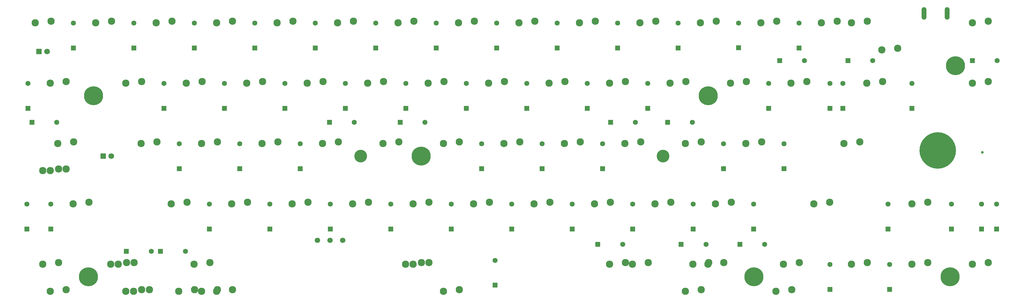
<source format=gts>
G04 #@! TF.GenerationSoftware,KiCad,Pcbnew,(5.1.12)-1*
G04 #@! TF.CreationDate,2021-12-15T00:33:09-05:00*
G04 #@! TF.ProjectId,alps66,616c7073-3636-42e6-9b69-6361645f7063,F*
G04 #@! TF.SameCoordinates,Original*
G04 #@! TF.FileFunction,Soldermask,Top*
G04 #@! TF.FilePolarity,Negative*
%FSLAX46Y46*%
G04 Gerber Fmt 4.6, Leading zero omitted, Abs format (unit mm)*
G04 Created by KiCad (PCBNEW (5.1.12)-1) date 2021-12-15 00:33:09*
%MOMM*%
%LPD*%
G01*
G04 APERTURE LIST*
%ADD10C,2.300000*%
%ADD11R,1.600000X1.600000*%
%ADD12C,1.600000*%
%ADD13C,1.700000*%
%ADD14C,11.500000*%
%ADD15C,4.000000*%
%ADD16C,6.000000*%
%ADD17O,1.500000X4.000000*%
%ADD18C,0.800000*%
%ADD19R,1.800000X1.800000*%
%ADD20C,1.800000*%
G04 APERTURE END LIST*
D10*
X223718750Y-110300000D03*
X228718750Y-109800000D03*
X242768750Y-110300000D03*
X247768750Y-109800000D03*
X247531250Y-110300000D03*
X252531250Y-109800000D03*
X152281250Y-110300000D03*
X157281250Y-109800000D03*
X154662500Y-110300000D03*
X159662500Y-109800000D03*
X97750000Y-118300000D03*
X92750000Y-118800000D03*
X92987500Y-118300000D03*
X87987500Y-118800000D03*
X85606250Y-110300000D03*
X90606250Y-109800000D03*
X71556250Y-118300000D03*
X66556250Y-118800000D03*
X69175000Y-118300000D03*
X64175000Y-118800000D03*
X61793750Y-110300000D03*
X66793750Y-109800000D03*
X42743750Y-72200000D03*
X47743750Y-71700000D03*
X45362500Y-80200000D03*
X40362500Y-80700000D03*
X45362500Y-118300000D03*
X40362500Y-118800000D03*
X292775000Y-34100000D03*
X297775000Y-33600000D03*
X271343750Y-110300000D03*
X276343750Y-109800000D03*
X216575000Y-110300000D03*
X221575000Y-109800000D03*
X207050000Y-34100000D03*
X212050000Y-33600000D03*
X188000000Y-34100000D03*
X193000000Y-33600000D03*
X197525000Y-53150000D03*
X202525000Y-52650000D03*
X183237500Y-72200000D03*
X188237500Y-71700000D03*
X164187500Y-72200000D03*
X169187500Y-71700000D03*
X173712500Y-91250000D03*
X178712500Y-90750000D03*
X154662500Y-91250000D03*
X159662500Y-90750000D03*
X245387500Y-118300000D03*
X240387500Y-118800000D03*
X168950000Y-34100000D03*
X173950000Y-33600000D03*
X149900000Y-34100000D03*
X154900000Y-33600000D03*
X178475000Y-53150000D03*
X183475000Y-52650000D03*
X159425000Y-53150000D03*
X164425000Y-52650000D03*
X145137500Y-72200000D03*
X150137500Y-71700000D03*
X135612500Y-91250000D03*
X140612500Y-90750000D03*
X116562500Y-91250000D03*
X121562500Y-90750000D03*
X169187500Y-118300000D03*
X164187500Y-118800000D03*
X130850000Y-34100000D03*
X135850000Y-33600000D03*
X111800000Y-34100000D03*
X116800000Y-33600000D03*
X140375000Y-53150000D03*
X145375000Y-52650000D03*
X121325000Y-53150000D03*
X126325000Y-52650000D03*
X126087500Y-72200000D03*
X131087500Y-71700000D03*
X107037500Y-72200000D03*
X112037500Y-71700000D03*
X97512500Y-91250000D03*
X102512500Y-90750000D03*
X85843750Y-118300000D03*
X80843750Y-118800000D03*
X92750000Y-34100000D03*
X97750000Y-33600000D03*
X73700000Y-34100000D03*
X78700000Y-33600000D03*
X102275000Y-53150000D03*
X107275000Y-52650000D03*
X83225000Y-53150000D03*
X88225000Y-52650000D03*
X87987500Y-72200000D03*
X92987500Y-71700000D03*
X78462500Y-91250000D03*
X83462500Y-90750000D03*
X59412500Y-110300000D03*
X64412500Y-109800000D03*
X54650000Y-34100000D03*
X59650000Y-33600000D03*
X35600000Y-34100000D03*
X40600000Y-33600000D03*
X64175000Y-53150000D03*
X69175000Y-52650000D03*
X40362500Y-53150000D03*
X45362500Y-52650000D03*
X68937500Y-72200000D03*
X73937500Y-71700000D03*
X42981250Y-80200000D03*
X37981250Y-80700000D03*
X47506250Y-91250000D03*
X52506250Y-90750000D03*
X37981250Y-110300000D03*
X42981250Y-109800000D03*
X330875000Y-110300000D03*
X335875000Y-109800000D03*
X307300000Y-42100000D03*
X302300000Y-42600000D03*
X283250000Y-34100000D03*
X288250000Y-33600000D03*
X273725000Y-53150000D03*
X278725000Y-52650000D03*
X297537500Y-53150000D03*
X302537500Y-52650000D03*
X290393750Y-72200000D03*
X295393750Y-71700000D03*
X311825000Y-91250000D03*
X316825000Y-90750000D03*
X280868750Y-91250000D03*
X285868750Y-90750000D03*
X311825000Y-110300000D03*
X316825000Y-109800000D03*
X330875000Y-53150000D03*
X335875000Y-52650000D03*
X264200000Y-34100000D03*
X269200000Y-33600000D03*
X254675000Y-53150000D03*
X259675000Y-52650000D03*
X235625000Y-53150000D03*
X240625000Y-52650000D03*
X259437500Y-72200000D03*
X264437500Y-71700000D03*
X240387500Y-72200000D03*
X245387500Y-71700000D03*
X249912500Y-91250000D03*
X254912500Y-90750000D03*
X230862500Y-91250000D03*
X235862500Y-90750000D03*
X292775000Y-110300000D03*
X297775000Y-109800000D03*
X330875000Y-34100000D03*
X335875000Y-33600000D03*
X245150000Y-34100000D03*
X250150000Y-33600000D03*
X226100000Y-34100000D03*
X231100000Y-33600000D03*
X216575000Y-53150000D03*
X221575000Y-52650000D03*
X221337500Y-72200000D03*
X226337500Y-71700000D03*
X202287500Y-72200000D03*
X207287500Y-71700000D03*
X211812500Y-91250000D03*
X216812500Y-90750000D03*
X192762500Y-91250000D03*
X197762500Y-90750000D03*
X273962500Y-118300000D03*
X268962500Y-118800000D03*
D11*
X75100000Y-106250000D03*
D12*
X82900000Y-106250000D03*
D13*
X132500000Y-102750000D03*
D14*
X319950000Y-74350000D03*
D15*
X138112500Y-76187500D03*
X233362500Y-76187500D03*
D16*
X247650000Y-57150000D03*
X157162500Y-76200000D03*
X52387500Y-114287500D03*
X323850000Y-114300000D03*
X262000000Y-114300000D03*
X325500000Y-47625000D03*
X54000000Y-57137500D03*
D17*
X315600000Y-31137500D03*
X322900000Y-31137500D03*
D13*
X128500000Y-102750000D03*
X124500000Y-102750000D03*
D18*
X334000000Y-75000000D03*
D19*
X36830000Y-43180000D03*
D20*
X39370000Y-43180000D03*
D19*
X57000000Y-76200000D03*
D20*
X59540000Y-76200000D03*
D12*
X265400000Y-104000000D03*
D11*
X257600000Y-104000000D03*
D12*
X204787500Y-91350000D03*
D11*
X204787500Y-99150000D03*
X223837500Y-99150000D03*
D12*
X223837500Y-91350000D03*
X214312500Y-72300000D03*
D11*
X214312500Y-80100000D03*
D12*
X224650000Y-65500000D03*
D11*
X216850000Y-65500000D03*
X228600000Y-61050000D03*
D12*
X228600000Y-53250000D03*
X238125000Y-34200000D03*
D11*
X238125000Y-42000000D03*
X257162500Y-41987500D03*
D12*
X257162500Y-34187500D03*
D11*
X330850000Y-46000000D03*
D12*
X338650000Y-46000000D03*
D11*
X286000000Y-118200000D03*
D12*
X286000000Y-110400000D03*
D11*
X242887500Y-99150000D03*
D12*
X242887500Y-91350000D03*
D11*
X261937500Y-99150000D03*
D12*
X261937500Y-91350000D03*
D11*
X252412500Y-80100000D03*
D12*
X252412500Y-72300000D03*
X271462500Y-72300000D03*
D11*
X271462500Y-80100000D03*
X234850000Y-65500000D03*
D12*
X242650000Y-65500000D03*
D11*
X266700000Y-61050000D03*
D12*
X266700000Y-53250000D03*
D11*
X276225000Y-42000000D03*
D12*
X276225000Y-34200000D03*
D11*
X338500000Y-99150000D03*
D12*
X338500000Y-91350000D03*
X304800000Y-110400000D03*
D11*
X304800000Y-118200000D03*
D12*
X304250000Y-91350000D03*
D11*
X304250000Y-99150000D03*
X324250000Y-99150000D03*
D12*
X324250000Y-91350000D03*
D11*
X290000000Y-61050000D03*
D12*
X290000000Y-53250000D03*
X286000000Y-53250000D03*
D11*
X286000000Y-61050000D03*
X270100000Y-46000000D03*
D12*
X277900000Y-46000000D03*
D11*
X291600000Y-46000000D03*
D12*
X299400000Y-46000000D03*
D11*
X311750000Y-61050000D03*
D12*
X311750000Y-53250000D03*
X333750000Y-91350000D03*
D11*
X333750000Y-99150000D03*
X33000000Y-99150000D03*
D12*
X33000000Y-91350000D03*
D11*
X40481250Y-99150000D03*
D12*
X40481250Y-91350000D03*
D11*
X34600000Y-65500000D03*
D12*
X42400000Y-65500000D03*
X80962500Y-72300000D03*
D11*
X80962500Y-80100000D03*
D12*
X33337500Y-53250000D03*
D11*
X33337500Y-61050000D03*
X76200000Y-61050000D03*
D12*
X76200000Y-53250000D03*
D11*
X47625000Y-42000000D03*
D12*
X47625000Y-34200000D03*
X66675000Y-34200000D03*
D11*
X66675000Y-42000000D03*
D12*
X220650000Y-104000000D03*
D11*
X212850000Y-104000000D03*
D12*
X72150000Y-106250000D03*
D11*
X64350000Y-106250000D03*
D12*
X90487500Y-91350000D03*
D11*
X90487500Y-99150000D03*
D12*
X100012500Y-72300000D03*
D11*
X100012500Y-80100000D03*
D12*
X95250000Y-53250000D03*
D11*
X95250000Y-61050000D03*
X114300000Y-61050000D03*
D12*
X114300000Y-53250000D03*
D11*
X85725000Y-42000000D03*
D12*
X85725000Y-34200000D03*
D11*
X104775000Y-42000000D03*
D12*
X104775000Y-34200000D03*
D11*
X109537500Y-99150000D03*
D12*
X109537500Y-91350000D03*
X119062500Y-72300000D03*
D11*
X119062500Y-80100000D03*
X128350000Y-65500000D03*
D12*
X136150000Y-65500000D03*
X133350000Y-53250000D03*
D11*
X133350000Y-61050000D03*
D12*
X152400000Y-53250000D03*
D11*
X152400000Y-61050000D03*
D12*
X123825000Y-34200000D03*
D11*
X123825000Y-42000000D03*
D12*
X142875000Y-34200000D03*
D11*
X142875000Y-42000000D03*
D12*
X180500000Y-109100000D03*
D11*
X180500000Y-116900000D03*
D12*
X128587500Y-91350000D03*
D11*
X128587500Y-99150000D03*
D12*
X147637500Y-91350000D03*
D11*
X147637500Y-99150000D03*
D12*
X158400000Y-65500000D03*
D11*
X150600000Y-65500000D03*
D12*
X171450000Y-53250000D03*
D11*
X171450000Y-61050000D03*
X190500000Y-61050000D03*
D12*
X190500000Y-53250000D03*
X161925000Y-34200000D03*
D11*
X161925000Y-42000000D03*
X180975000Y-42000000D03*
D12*
X180975000Y-34200000D03*
D11*
X239100000Y-104000000D03*
D12*
X246900000Y-104000000D03*
X166687500Y-91350000D03*
D11*
X166687500Y-99150000D03*
D12*
X185737500Y-91350000D03*
D11*
X185737500Y-99150000D03*
D12*
X176212500Y-72300000D03*
D11*
X176212500Y-80100000D03*
D12*
X195262500Y-72300000D03*
D11*
X195262500Y-80100000D03*
X209550000Y-61050000D03*
D12*
X209550000Y-53250000D03*
D11*
X200025000Y-42000000D03*
D12*
X200025000Y-34200000D03*
D11*
X219075000Y-42000000D03*
D12*
X219075000Y-34200000D03*
M02*

</source>
